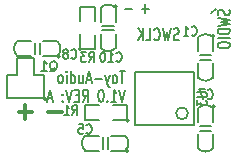
<source format=gbo>
G04 #@! TF.FileFunction,Legend,Bot*
%FSLAX46Y46*%
G04 Gerber Fmt 4.6, Leading zero omitted, Abs format (unit mm)*
G04 Created by KiCad (PCBNEW (2015-07-02 BZR 5871, Git 766da1e)-product) date 15-9-2015 00:01:28*
%MOMM*%
G01*
G04 APERTURE LIST*
%ADD10C,0.100000*%
%ADD11C,0.200000*%
%ADD12C,0.152400*%
%ADD13C,0.300000*%
%ADD14C,0.150000*%
%ADD15C,0.170000*%
%ADD16R,1.100000X0.800000*%
%ADD17R,0.800000X1.100000*%
%ADD18R,0.914400X0.914400*%
%ADD19R,0.800000X1.092200*%
%ADD20R,1.600200X1.600200*%
%ADD21C,1.600200*%
%ADD22R,1.200000X1.200000*%
%ADD23C,1.200000*%
%ADD24R,2.032000X2.032000*%
%ADD25O,2.032000X2.032000*%
%ADD26R,1.092200X0.800000*%
%ADD27R,0.650000X2.000000*%
G04 APERTURE END LIST*
D10*
D11*
X-55100000Y12600000D02*
X-55500000Y12300000D01*
D12*
X-60809715Y12627429D02*
X-61390286Y12627429D01*
X-61100000Y12240381D02*
X-61100000Y13014476D01*
X-62209715Y12627429D02*
X-62790286Y12627429D01*
X-58276429Y9988762D02*
X-58385286Y9940381D01*
X-58566715Y9940381D01*
X-58639286Y9988762D01*
X-58675572Y10037143D01*
X-58711857Y10133905D01*
X-58711857Y10230667D01*
X-58675572Y10327429D01*
X-58639286Y10375810D01*
X-58566715Y10424190D01*
X-58421572Y10472571D01*
X-58349000Y10520952D01*
X-58312715Y10569333D01*
X-58276429Y10666095D01*
X-58276429Y10762857D01*
X-58312715Y10859619D01*
X-58349000Y10908000D01*
X-58421572Y10956381D01*
X-58603000Y10956381D01*
X-58711857Y10908000D01*
X-58965857Y10956381D02*
X-59147286Y9940381D01*
X-59292429Y10666095D01*
X-59437571Y9940381D01*
X-59619000Y10956381D01*
X-60344714Y10037143D02*
X-60308428Y9988762D01*
X-60199571Y9940381D01*
X-60127000Y9940381D01*
X-60018143Y9988762D01*
X-59945571Y10085524D01*
X-59909286Y10182286D01*
X-59873000Y10375810D01*
X-59873000Y10520952D01*
X-59909286Y10714476D01*
X-59945571Y10811238D01*
X-60018143Y10908000D01*
X-60127000Y10956381D01*
X-60199571Y10956381D01*
X-60308428Y10908000D01*
X-60344714Y10859619D01*
X-61034143Y9940381D02*
X-60671286Y9940381D01*
X-60671286Y10956381D01*
X-61288143Y9940381D02*
X-61288143Y10956381D01*
X-61723571Y9940381D02*
X-61397000Y10520952D01*
X-61723571Y10956381D02*
X-61288143Y10375810D01*
X-53988762Y12514714D02*
X-53940381Y12405857D01*
X-53940381Y12224428D01*
X-53988762Y12151857D01*
X-54037143Y12115571D01*
X-54133905Y12079286D01*
X-54230667Y12079286D01*
X-54327429Y12115571D01*
X-54375810Y12151857D01*
X-54424190Y12224428D01*
X-54472571Y12369571D01*
X-54520952Y12442143D01*
X-54569333Y12478428D01*
X-54666095Y12514714D01*
X-54762857Y12514714D01*
X-54859619Y12478428D01*
X-54908000Y12442143D01*
X-54956381Y12369571D01*
X-54956381Y12188143D01*
X-54908000Y12079286D01*
X-54956381Y11825286D02*
X-53940381Y11643857D01*
X-54666095Y11498714D01*
X-53940381Y11353572D01*
X-54956381Y11172143D01*
X-53940381Y10881857D02*
X-54956381Y10881857D01*
X-54956381Y10700429D01*
X-54908000Y10591572D01*
X-54811238Y10519000D01*
X-54714476Y10482715D01*
X-54520952Y10446429D01*
X-54375810Y10446429D01*
X-54182286Y10482715D01*
X-54085524Y10519000D01*
X-53988762Y10591572D01*
X-53940381Y10700429D01*
X-53940381Y10881857D01*
X-53940381Y10119857D02*
X-54956381Y10119857D01*
X-54956381Y9611858D02*
X-54956381Y9466715D01*
X-54908000Y9394143D01*
X-54811238Y9321572D01*
X-54617714Y9285286D01*
X-54279048Y9285286D01*
X-54085524Y9321572D01*
X-53988762Y9394143D01*
X-53940381Y9466715D01*
X-53940381Y9611858D01*
X-53988762Y9684429D01*
X-54085524Y9757000D01*
X-54279048Y9793286D01*
X-54617714Y9793286D01*
X-54811238Y9757000D01*
X-54908000Y9684429D01*
X-54956381Y9611858D01*
D13*
X-68178572Y3892857D02*
X-69321429Y3892857D01*
X-70678572Y3892857D02*
X-71821429Y3892857D01*
X-71250000Y3321429D02*
X-71250000Y4464286D01*
D12*
X-62822571Y7343781D02*
X-63258000Y7343781D01*
X-63040286Y6327781D02*
X-63040286Y7343781D01*
X-63620857Y6327781D02*
X-63548285Y6376162D01*
X-63512000Y6424543D01*
X-63475714Y6521305D01*
X-63475714Y6811590D01*
X-63512000Y6908352D01*
X-63548285Y6956733D01*
X-63620857Y7005114D01*
X-63729714Y7005114D01*
X-63802285Y6956733D01*
X-63838571Y6908352D01*
X-63874857Y6811590D01*
X-63874857Y6521305D01*
X-63838571Y6424543D01*
X-63802285Y6376162D01*
X-63729714Y6327781D01*
X-63620857Y6327781D01*
X-64128857Y7005114D02*
X-64310286Y6327781D01*
X-64491714Y7005114D02*
X-64310286Y6327781D01*
X-64237714Y6085876D01*
X-64201429Y6037495D01*
X-64128857Y5989114D01*
X-64782000Y6714829D02*
X-65362571Y6714829D01*
X-65689143Y6618067D02*
X-66052000Y6618067D01*
X-65616571Y6327781D02*
X-65870571Y7343781D01*
X-66124571Y6327781D01*
X-66705143Y7005114D02*
X-66705143Y6327781D01*
X-66378572Y7005114D02*
X-66378572Y6472924D01*
X-66414857Y6376162D01*
X-66487429Y6327781D01*
X-66596286Y6327781D01*
X-66668857Y6376162D01*
X-66705143Y6424543D01*
X-67394572Y6327781D02*
X-67394572Y7343781D01*
X-67394572Y6376162D02*
X-67322001Y6327781D01*
X-67176858Y6327781D01*
X-67104286Y6376162D01*
X-67068001Y6424543D01*
X-67031715Y6521305D01*
X-67031715Y6811590D01*
X-67068001Y6908352D01*
X-67104286Y6956733D01*
X-67176858Y7005114D01*
X-67322001Y7005114D01*
X-67394572Y6956733D01*
X-67757430Y6327781D02*
X-67757430Y7005114D01*
X-67757430Y7343781D02*
X-67721144Y7295400D01*
X-67757430Y7247019D01*
X-67793715Y7295400D01*
X-67757430Y7343781D01*
X-67757430Y7247019D01*
X-68229144Y6327781D02*
X-68156572Y6376162D01*
X-68120287Y6424543D01*
X-68084001Y6521305D01*
X-68084001Y6811590D01*
X-68120287Y6908352D01*
X-68156572Y6956733D01*
X-68229144Y7005114D01*
X-68338001Y7005114D01*
X-68410572Y6956733D01*
X-68446858Y6908352D01*
X-68483144Y6811590D01*
X-68483144Y6521305D01*
X-68446858Y6424543D01*
X-68410572Y6376162D01*
X-68338001Y6327781D01*
X-68229144Y6327781D01*
X-62822571Y5768981D02*
X-63076571Y4752981D01*
X-63330571Y5768981D01*
X-63983714Y4752981D02*
X-63548286Y4752981D01*
X-63766000Y4752981D02*
X-63766000Y5768981D01*
X-63693429Y5623838D01*
X-63620857Y5527076D01*
X-63548286Y5478695D01*
X-64310286Y4849743D02*
X-64346571Y4801362D01*
X-64310286Y4752981D01*
X-64274000Y4801362D01*
X-64310286Y4849743D01*
X-64310286Y4752981D01*
X-64818285Y5768981D02*
X-64890857Y5768981D01*
X-64963428Y5720600D01*
X-64999714Y5672219D01*
X-65036000Y5575457D01*
X-65072285Y5381933D01*
X-65072285Y5140029D01*
X-65036000Y4946505D01*
X-64999714Y4849743D01*
X-64963428Y4801362D01*
X-64890857Y4752981D01*
X-64818285Y4752981D01*
X-64745714Y4801362D01*
X-64709428Y4849743D01*
X-64673143Y4946505D01*
X-64636857Y5140029D01*
X-64636857Y5381933D01*
X-64673143Y5575457D01*
X-64709428Y5672219D01*
X-64745714Y5720600D01*
X-64818285Y5768981D01*
X-66414856Y4752981D02*
X-66160856Y5236790D01*
X-65979428Y4752981D02*
X-65979428Y5768981D01*
X-66269713Y5768981D01*
X-66342285Y5720600D01*
X-66378570Y5672219D01*
X-66414856Y5575457D01*
X-66414856Y5430314D01*
X-66378570Y5333552D01*
X-66342285Y5285171D01*
X-66269713Y5236790D01*
X-65979428Y5236790D01*
X-66741428Y5285171D02*
X-66995428Y5285171D01*
X-67104285Y4752981D02*
X-66741428Y4752981D01*
X-66741428Y5768981D01*
X-67104285Y5768981D01*
X-67321999Y5768981D02*
X-67575999Y4752981D01*
X-67829999Y5768981D01*
X-68084000Y4849743D02*
X-68120285Y4801362D01*
X-68084000Y4752981D01*
X-68047714Y4801362D01*
X-68084000Y4849743D01*
X-68084000Y4752981D01*
X-68084000Y5381933D02*
X-68120285Y5333552D01*
X-68084000Y5285171D01*
X-68047714Y5333552D01*
X-68084000Y5381933D01*
X-68084000Y5285171D01*
X-68991142Y5043267D02*
X-69353999Y5043267D01*
X-68918570Y4752981D02*
X-69172570Y5768981D01*
X-69426570Y4752981D01*
X-64703200Y1732600D02*
X-64703200Y767400D01*
X-64296800Y1732600D02*
X-64296800Y767400D01*
X-65006400Y1885000D02*
X-66200200Y1885000D01*
X-65006400Y615000D02*
X-66200200Y615000D01*
X-66225600Y1859600D02*
G75*
G03X-66200200Y615000I635000J-609600D01*
G01*
X-62774400Y1859600D02*
G75*
G02X-62799800Y615000I-635000J-609600D01*
G01*
X-63993600Y615000D02*
X-62799800Y615000D01*
X-63993600Y1885000D02*
X-62799800Y1885000D01*
X-62550600Y592000D02*
G75*
G03X-62550600Y592000I-127000J0D01*
G01*
X-56482600Y2296800D02*
X-55517400Y2296800D01*
X-56482600Y2703200D02*
X-55517400Y2703200D01*
X-56635000Y1993600D02*
X-56635000Y799800D01*
X-55365000Y1993600D02*
X-55365000Y799800D01*
X-56609600Y774400D02*
G75*
G03X-55365000Y799800I609600J635000D01*
G01*
X-56609600Y4225600D02*
G75*
G02X-55365000Y4200200I609600J-635000D01*
G01*
X-55365000Y3006400D02*
X-55365000Y4200200D01*
X-56635000Y3006400D02*
X-56635000Y4200200D01*
X-55215000Y4322400D02*
G75*
G03X-55215000Y4322400I-127000J0D01*
G01*
X-70453200Y9732600D02*
X-70453200Y8767400D01*
X-70046800Y9732600D02*
X-70046800Y8767400D01*
X-70756400Y9885000D02*
X-71950200Y9885000D01*
X-70756400Y8615000D02*
X-71950200Y8615000D01*
X-71975600Y9859600D02*
G75*
G03X-71950200Y8615000I635000J-609600D01*
G01*
X-68524400Y9859600D02*
G75*
G02X-68549800Y8615000I-635000J-609600D01*
G01*
X-69743600Y8615000D02*
X-68549800Y8615000D01*
X-69743600Y9885000D02*
X-68549800Y9885000D01*
X-68300600Y8592000D02*
G75*
G03X-68300600Y8592000I-127000J0D01*
G01*
X-64732600Y10796800D02*
X-63767400Y10796800D01*
X-64732600Y11203200D02*
X-63767400Y11203200D01*
X-64885000Y10493600D02*
X-64885000Y9299800D01*
X-63615000Y10493600D02*
X-63615000Y9299800D01*
X-64859600Y9274400D02*
G75*
G03X-63615000Y9299800I609600J635000D01*
G01*
X-64859600Y12725600D02*
G75*
G02X-63615000Y12700200I609600J-635000D01*
G01*
X-63615000Y11506400D02*
X-63615000Y12700200D01*
X-64885000Y11506400D02*
X-64885000Y12700200D01*
X-63465000Y12822400D02*
G75*
G03X-63465000Y12822400I-127000J0D01*
G01*
X-71950000Y8450000D02*
X-71950000Y7050000D01*
X-71950000Y7050000D02*
X-72850000Y7050000D01*
X-72850000Y7050000D02*
X-72850000Y5050000D01*
X-70550000Y7050000D02*
X-70550000Y8450000D01*
X-69650000Y5050000D02*
X-69650000Y7050000D01*
X-69650000Y7050000D02*
X-70550000Y7050000D01*
X-71950000Y8450000D02*
X-70550000Y8450000D01*
X-72850000Y5050000D02*
X-69650000Y5050000D01*
D14*
X-69458579Y5000000D02*
G75*
G03X-69458579Y5000000I-141421J0D01*
G01*
D12*
X-65365000Y9399800D02*
X-65365000Y9272800D01*
X-65365000Y9222800D02*
X-66635000Y9222800D01*
X-66635000Y9272800D02*
X-66635000Y9374400D01*
X-65365000Y12600200D02*
X-65365000Y12727200D01*
X-65365000Y12777200D02*
X-66635000Y12777200D01*
X-66635000Y12727200D02*
X-66635000Y12600200D01*
X-65365000Y11581400D02*
X-65365000Y12775200D01*
X-66635000Y11581400D02*
X-66635000Y12775200D01*
X-66635000Y10443600D02*
X-66635000Y9249800D01*
X-65365000Y10418600D02*
X-65365000Y9224800D01*
X-66531000Y9202600D02*
G75*
G03X-66531000Y9202600I-127000J0D01*
G01*
X-56482600Y8296800D02*
X-55517400Y8296800D01*
X-56482600Y8703200D02*
X-55517400Y8703200D01*
X-56635000Y7993600D02*
X-56635000Y6799800D01*
X-55365000Y7993600D02*
X-55365000Y6799800D01*
X-56609600Y6774400D02*
G75*
G03X-55365000Y6799800I609600J635000D01*
G01*
X-56609600Y10225600D02*
G75*
G02X-55365000Y10200200I609600J-635000D01*
G01*
X-55365000Y9006400D02*
X-55365000Y10200200D01*
X-56635000Y9006400D02*
X-56635000Y10200200D01*
X-55215000Y10322400D02*
G75*
G03X-55215000Y10322400I-127000J0D01*
G01*
X-62799800Y4435000D02*
X-62672800Y4435000D01*
X-62622800Y4435000D02*
X-62622800Y3165000D01*
X-62672800Y3165000D02*
X-62774400Y3165000D01*
X-66000200Y4435000D02*
X-66127200Y4435000D01*
X-66177200Y4435000D02*
X-66177200Y3165000D01*
X-66127200Y3165000D02*
X-66000200Y3165000D01*
X-64981400Y4435000D02*
X-66175200Y4435000D01*
X-64981400Y3165000D02*
X-66175200Y3165000D01*
X-63843600Y3165000D02*
X-62649800Y3165000D01*
X-63818600Y4435000D02*
X-62624800Y4435000D01*
X-62475600Y3142000D02*
G75*
G03X-62475600Y3142000I-127000J0D01*
G01*
D11*
X-57000000Y7250000D02*
X-62000000Y7250000D01*
X-57000000Y2750000D02*
X-62000000Y2750000D01*
X-62000000Y7250000D02*
X-62000000Y2750000D01*
X-57000000Y2750000D02*
X-57000000Y7250000D01*
X-57495000Y3775000D02*
G75*
G03X-57495000Y3775000I-500000J0D01*
G01*
D12*
X-66081467Y2109714D02*
X-66047601Y2071010D01*
X-65946001Y2032305D01*
X-65878267Y2032305D01*
X-65776667Y2071010D01*
X-65708934Y2148419D01*
X-65675067Y2225829D01*
X-65641201Y2380648D01*
X-65641201Y2496762D01*
X-65675067Y2651581D01*
X-65708934Y2728990D01*
X-65776667Y2806400D01*
X-65878267Y2845105D01*
X-65946001Y2845105D01*
X-66047601Y2806400D01*
X-66081467Y2767695D01*
X-66724934Y2845105D02*
X-66386267Y2845105D01*
X-66352401Y2458057D01*
X-66386267Y2496762D01*
X-66454001Y2535467D01*
X-66623334Y2535467D01*
X-66691067Y2496762D01*
X-66724934Y2458057D01*
X-66758801Y2380648D01*
X-66758801Y2187124D01*
X-66724934Y2109714D01*
X-66691067Y2071010D01*
X-66623334Y2032305D01*
X-66454001Y2032305D01*
X-66386267Y2071010D01*
X-66352401Y2109714D01*
X-55831467Y5059714D02*
X-55797601Y5021010D01*
X-55696001Y4982305D01*
X-55628267Y4982305D01*
X-55526667Y5021010D01*
X-55458934Y5098419D01*
X-55425067Y5175829D01*
X-55391201Y5330648D01*
X-55391201Y5446762D01*
X-55425067Y5601581D01*
X-55458934Y5678990D01*
X-55526667Y5756400D01*
X-55628267Y5795105D01*
X-55696001Y5795105D01*
X-55797601Y5756400D01*
X-55831467Y5717695D01*
X-56068534Y5795105D02*
X-56542667Y5795105D01*
X-56237867Y4982305D01*
X-67381467Y8459714D02*
X-67347601Y8421010D01*
X-67246001Y8382305D01*
X-67178267Y8382305D01*
X-67076667Y8421010D01*
X-67008934Y8498419D01*
X-66975067Y8575829D01*
X-66941201Y8730648D01*
X-66941201Y8846762D01*
X-66975067Y9001581D01*
X-67008934Y9078990D01*
X-67076667Y9156400D01*
X-67178267Y9195105D01*
X-67246001Y9195105D01*
X-67347601Y9156400D01*
X-67381467Y9117695D01*
X-67787867Y8846762D02*
X-67720134Y8885467D01*
X-67686267Y8924171D01*
X-67652401Y9001581D01*
X-67652401Y9040286D01*
X-67686267Y9117695D01*
X-67720134Y9156400D01*
X-67787867Y9195105D01*
X-67923334Y9195105D01*
X-67991067Y9156400D01*
X-68024934Y9117695D01*
X-68058801Y9040286D01*
X-68058801Y9001581D01*
X-68024934Y8924171D01*
X-67991067Y8885467D01*
X-67923334Y8846762D01*
X-67787867Y8846762D01*
X-67720134Y8808057D01*
X-67686267Y8769352D01*
X-67652401Y8691943D01*
X-67652401Y8537124D01*
X-67686267Y8459714D01*
X-67720134Y8421010D01*
X-67787867Y8382305D01*
X-67923334Y8382305D01*
X-67991067Y8421010D01*
X-68024934Y8459714D01*
X-68058801Y8537124D01*
X-68058801Y8691943D01*
X-68024934Y8769352D01*
X-67991067Y8808057D01*
X-67923334Y8846762D01*
X-63542800Y8209714D02*
X-63508934Y8171010D01*
X-63407334Y8132305D01*
X-63339600Y8132305D01*
X-63238000Y8171010D01*
X-63170267Y8248419D01*
X-63136400Y8325829D01*
X-63102534Y8480648D01*
X-63102534Y8596762D01*
X-63136400Y8751581D01*
X-63170267Y8828990D01*
X-63238000Y8906400D01*
X-63339600Y8945105D01*
X-63407334Y8945105D01*
X-63508934Y8906400D01*
X-63542800Y8867695D01*
X-64220134Y8132305D02*
X-63813734Y8132305D01*
X-64016934Y8132305D02*
X-64016934Y8945105D01*
X-63949200Y8828990D01*
X-63881467Y8751581D01*
X-63813734Y8712876D01*
X-64660400Y8945105D02*
X-64728133Y8945105D01*
X-64795867Y8906400D01*
X-64829733Y8867695D01*
X-64863600Y8790286D01*
X-64897467Y8635467D01*
X-64897467Y8441943D01*
X-64863600Y8287124D01*
X-64829733Y8209714D01*
X-64795867Y8171010D01*
X-64728133Y8132305D01*
X-64660400Y8132305D01*
X-64592667Y8171010D01*
X-64558800Y8209714D01*
X-64524933Y8287124D01*
X-64491067Y8441943D01*
X-64491067Y8635467D01*
X-64524933Y8790286D01*
X-64558800Y8867695D01*
X-64592667Y8906400D01*
X-64660400Y8945105D01*
D15*
X-69173810Y7311905D02*
X-69097619Y7350000D01*
X-69021429Y7426190D01*
X-68907143Y7540476D01*
X-68830952Y7578571D01*
X-68754762Y7578571D01*
X-68792857Y7388095D02*
X-68716667Y7426190D01*
X-68640476Y7502381D01*
X-68602381Y7654762D01*
X-68602381Y7921429D01*
X-68640476Y8073810D01*
X-68716667Y8150000D01*
X-68792857Y8188095D01*
X-68945238Y8188095D01*
X-69021429Y8150000D01*
X-69097619Y8073810D01*
X-69135714Y7921429D01*
X-69135714Y7654762D01*
X-69097619Y7502381D01*
X-69021429Y7426190D01*
X-68945238Y7388095D01*
X-68792857Y7388095D01*
X-69897619Y7388095D02*
X-69440476Y7388095D01*
X-69669047Y7388095D02*
X-69669047Y8188095D01*
X-69592857Y8073810D01*
X-69516666Y7997619D01*
X-69440476Y7959524D01*
D12*
X-65881467Y8132305D02*
X-65644401Y8519352D01*
X-65475067Y8132305D02*
X-65475067Y8945105D01*
X-65746001Y8945105D01*
X-65813734Y8906400D01*
X-65847601Y8867695D01*
X-65881467Y8790286D01*
X-65881467Y8674171D01*
X-65847601Y8596762D01*
X-65813734Y8558057D01*
X-65746001Y8519352D01*
X-65475067Y8519352D01*
X-66118534Y8945105D02*
X-66558801Y8945105D01*
X-66321734Y8635467D01*
X-66423334Y8635467D01*
X-66491067Y8596762D01*
X-66524934Y8558057D01*
X-66558801Y8480648D01*
X-66558801Y8287124D01*
X-66524934Y8209714D01*
X-66491067Y8171010D01*
X-66423334Y8132305D01*
X-66220134Y8132305D01*
X-66152401Y8171010D01*
X-66118534Y8209714D01*
X-57181467Y10409714D02*
X-57147601Y10371010D01*
X-57046001Y10332305D01*
X-56978267Y10332305D01*
X-56876667Y10371010D01*
X-56808934Y10448419D01*
X-56775067Y10525829D01*
X-56741201Y10680648D01*
X-56741201Y10796762D01*
X-56775067Y10951581D01*
X-56808934Y11028990D01*
X-56876667Y11106400D01*
X-56978267Y11145105D01*
X-57046001Y11145105D01*
X-57147601Y11106400D01*
X-57181467Y11067695D01*
X-57858801Y10332305D02*
X-57452401Y10332305D01*
X-57655601Y10332305D02*
X-57655601Y11145105D01*
X-57587867Y11028990D01*
X-57520134Y10951581D01*
X-57452401Y10912876D01*
X-67281467Y3632305D02*
X-67044401Y4019352D01*
X-66875067Y3632305D02*
X-66875067Y4445105D01*
X-67146001Y4445105D01*
X-67213734Y4406400D01*
X-67247601Y4367695D01*
X-67281467Y4290286D01*
X-67281467Y4174171D01*
X-67247601Y4096762D01*
X-67213734Y4058057D01*
X-67146001Y4019352D01*
X-66875067Y4019352D01*
X-67958801Y3632305D02*
X-67552401Y3632305D01*
X-67755601Y3632305D02*
X-67755601Y4445105D01*
X-67687867Y4328990D01*
X-67620134Y4251581D01*
X-67552401Y4212876D01*
D15*
X-56688095Y5533333D02*
X-56040476Y5533333D01*
X-55964286Y5500000D01*
X-55926190Y5466667D01*
X-55888095Y5400000D01*
X-55888095Y5266667D01*
X-55926190Y5200000D01*
X-55964286Y5166667D01*
X-56040476Y5133333D01*
X-56688095Y5133333D01*
X-56688095Y4866667D02*
X-56688095Y4433334D01*
X-56383333Y4666667D01*
X-56383333Y4566667D01*
X-56345238Y4500000D01*
X-56307143Y4466667D01*
X-56230952Y4433334D01*
X-56040476Y4433334D01*
X-55964286Y4466667D01*
X-55926190Y4500000D01*
X-55888095Y4566667D01*
X-55888095Y4766667D01*
X-55926190Y4833334D01*
X-55964286Y4866667D01*
%LPC*%
D16*
X-63500000Y1250000D03*
X-65500000Y1250000D03*
D17*
X-56000000Y3500000D03*
X-56000000Y1500000D03*
D16*
X-69250000Y9250000D03*
X-71250000Y9250000D03*
D17*
X-64250000Y12000000D03*
X-64250000Y10000000D03*
D18*
X-72139000Y5734000D03*
X-70361000Y5734000D03*
X-71250000Y7766000D03*
D19*
X-66000000Y10000000D03*
X-66000000Y12000000D03*
D20*
X-52770000Y11580000D03*
D21*
X-50230000Y11580000D03*
X-52770000Y9040000D03*
X-50230000Y9040000D03*
X-52770000Y6500000D03*
X-50230000Y6500000D03*
X-52770000Y3960000D03*
X-50230000Y3960000D03*
X-52770000Y1420000D03*
X-50230000Y1420000D03*
D22*
X-62400000Y11800000D03*
D23*
X-60400000Y11800000D03*
X-58400000Y11800000D03*
X-56400000Y11800000D03*
D24*
X-71250000Y11250000D03*
D25*
X-68710000Y11250000D03*
D24*
X-68750000Y1750000D03*
D25*
X-71290000Y1750000D03*
D17*
X-56000000Y9500000D03*
X-56000000Y7500000D03*
D26*
X-63400000Y3800000D03*
X-65400000Y3800000D03*
D27*
X-57595000Y1500000D03*
X-58865000Y1500000D03*
X-60135000Y1500000D03*
X-61405000Y1500000D03*
X-61405000Y8500000D03*
X-60135000Y8500000D03*
X-58865000Y8500000D03*
X-57595000Y8500000D03*
M02*

</source>
